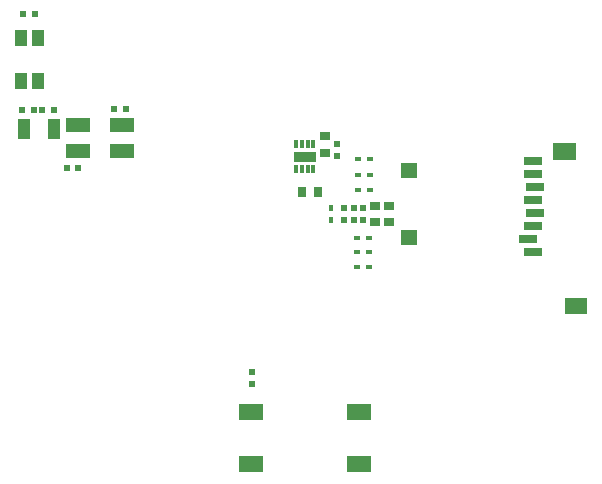
<source format=gbr>
%TF.GenerationSoftware,Altium Limited,Altium Designer,21.2.2 (38)*%
G04 Layer_Color=128*
%FSLAX45Y45*%
%MOMM*%
%TF.SameCoordinates,EE3A7C27-349B-46B6-A90B-2B7A9072729B*%
%TF.FilePolarity,Positive*%
%TF.FileFunction,Paste,Bot*%
%TF.Part,Single*%
G01*
G75*
%TA.AperFunction,SMDPad,CuDef*%
%ADD11R,0.90000X0.80000*%
%ADD12R,0.80000X0.90000*%
%ADD15R,0.60000X0.50000*%
%ADD19R,0.50000X0.60000*%
%ADD21R,0.50000X0.30000*%
%ADD49R,0.30000X0.50000*%
%ADD81R,1.95000X0.95000*%
%ADD82R,0.30000X0.70000*%
%ADD83R,2.00000X1.20000*%
%TA.AperFunction,ConnectorPad*%
%ADD84R,1.05000X1.40000*%
%TA.AperFunction,SMDPad,CuDef*%
%ADD85R,2.10000X1.40000*%
%ADD86R,1.50000X0.80000*%
%ADD87R,1.00000X1.80000*%
G36*
X3450001Y2775000D02*
Y2905000D01*
X3310001D01*
Y2775000D01*
X3450001D01*
D02*
G37*
G36*
Y3345000D02*
X3310001D01*
Y3475000D01*
X3450001D01*
Y3345000D01*
D02*
G37*
G36*
X4700001Y2330000D02*
Y2190000D01*
X4890001D01*
Y2330000D01*
X4700001D01*
D02*
G37*
G36*
X4790001Y3500000D02*
Y3640000D01*
X4600001D01*
Y3500000D01*
X4790001D01*
D02*
G37*
D11*
X2670000Y3700000D02*
D03*
Y3560000D02*
D03*
X3090000Y3110000D02*
D03*
Y2970000D02*
D03*
X3210000Y3110000D02*
D03*
Y2970000D02*
D03*
D12*
X2610000Y3230000D02*
D03*
X2470000D02*
D03*
D15*
X2770000Y3530000D02*
D03*
Y3630000D02*
D03*
X2830001Y2990000D02*
D03*
Y3090000D02*
D03*
X2910001Y2990000D02*
D03*
Y3089999D02*
D03*
X2990001Y2990000D02*
D03*
Y3089999D02*
D03*
X2050000Y1600000D02*
D03*
Y1700000D02*
D03*
D19*
X480000Y3430000D02*
D03*
X580000D02*
D03*
X980000Y3930000D02*
D03*
X880000D02*
D03*
X270000Y3920000D02*
D03*
X370000D02*
D03*
X200000D02*
D03*
X100000D02*
D03*
X210000Y4730000D02*
D03*
X110000D02*
D03*
D21*
X3040001Y2590000D02*
D03*
X2940000D02*
D03*
X3040001Y2720000D02*
D03*
X2940000D02*
D03*
X3040001Y2840000D02*
D03*
X2940000D02*
D03*
X3050001Y3240000D02*
D03*
X2950000D02*
D03*
X3050001Y3370000D02*
D03*
X2950000D02*
D03*
X3050001Y3510000D02*
D03*
X2950000D02*
D03*
D49*
X2720001Y2990000D02*
D03*
Y3090000D02*
D03*
D81*
X2495000Y3525000D02*
D03*
D82*
X2520000Y3420000D02*
D03*
X2470000D02*
D03*
X2570000D02*
D03*
X2470000Y3630000D02*
D03*
X2520000D02*
D03*
X2570000D02*
D03*
X2420000Y3420000D02*
D03*
Y3630000D02*
D03*
D83*
X580000Y3790000D02*
D03*
X950000D02*
D03*
Y3570000D02*
D03*
X580000D02*
D03*
D84*
X235000Y4170000D02*
D03*
Y4530000D02*
D03*
X90000Y4170000D02*
D03*
Y4530000D02*
D03*
D85*
X2045000Y1368001D02*
D03*
Y922001D02*
D03*
X2955000Y1368001D02*
D03*
Y922001D02*
D03*
D86*
X4430001Y2720000D02*
D03*
X4390001Y2830000D02*
D03*
X4430001Y2940000D02*
D03*
X4450001Y3050000D02*
D03*
X4430001Y3160000D02*
D03*
X4450001Y3270000D02*
D03*
X4430001Y3380000D02*
D03*
Y3490000D02*
D03*
D87*
X120000Y3760000D02*
D03*
X370000D02*
D03*
%TF.MD5,7662602b21c80077a74c4e4f7a81b906*%
M02*

</source>
